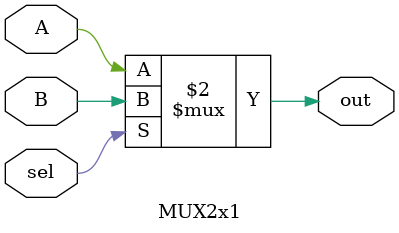
<source format=v>
`timescale 1ns / 1ps


module MUX2x1(input A, input B, input sel, output out );
assign out = (sel == 0) ? A:B;

endmodule

</source>
